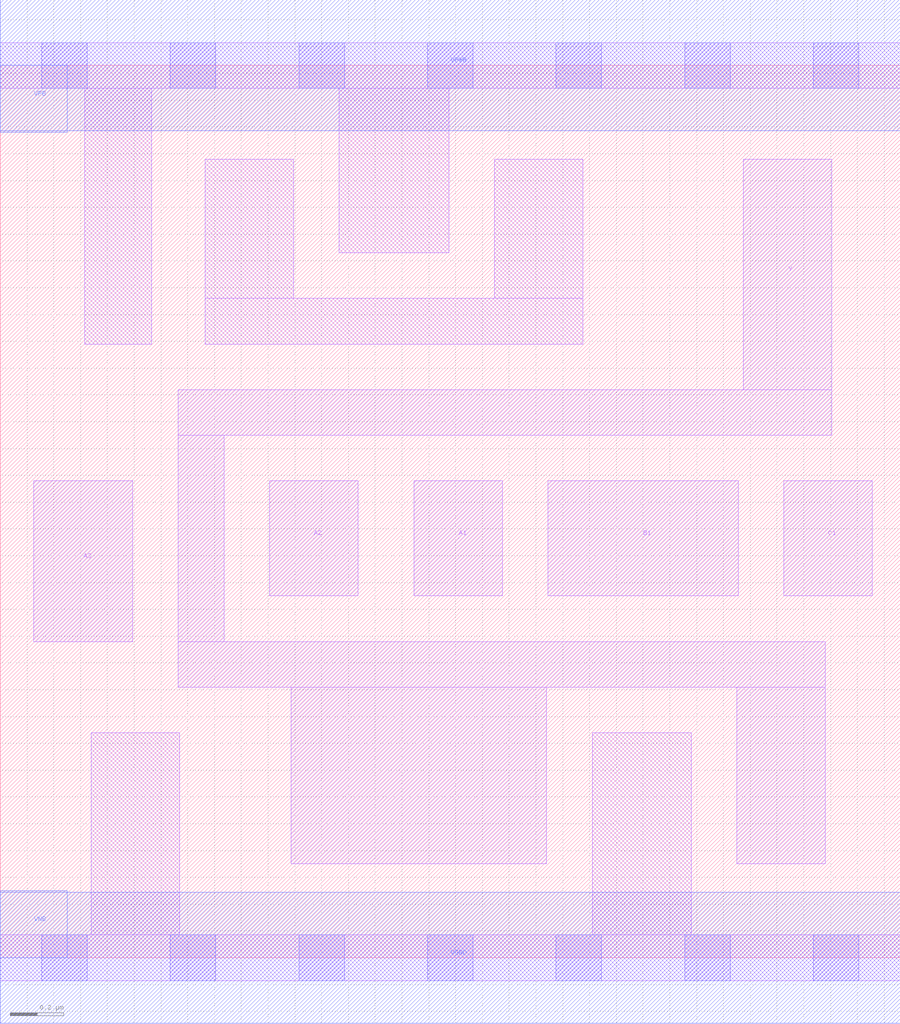
<source format=lef>
# Copyright 2020 The SkyWater PDK Authors
#
# Licensed under the Apache License, Version 2.0 (the "License");
# you may not use this file except in compliance with the License.
# You may obtain a copy of the License at
#
#     https://www.apache.org/licenses/LICENSE-2.0
#
# Unless required by applicable law or agreed to in writing, software
# distributed under the License is distributed on an "AS IS" BASIS,
# WITHOUT WARRANTIES OR CONDITIONS OF ANY KIND, either express or implied.
# See the License for the specific language governing permissions and
# limitations under the License.
#
# SPDX-License-Identifier: Apache-2.0

VERSION 5.5 ;
NAMESCASESENSITIVE ON ;
BUSBITCHARS "[]" ;
DIVIDERCHAR "/" ;
MACRO sky130_fd_sc_hs__a311oi_1
  CLASS CORE ;
  SOURCE USER ;
  ORIGIN  0.000000  0.000000 ;
  SIZE  3.360000 BY  3.330000 ;
  SYMMETRY X Y ;
  SITE unit ;
  PIN A1
    ANTENNAGATEAREA  0.279000 ;
    DIRECTION INPUT ;
    USE SIGNAL ;
    PORT
      LAYER li1 ;
        RECT 1.545000 1.350000 1.875000 1.780000 ;
    END
  END A1
  PIN A2
    ANTENNAGATEAREA  0.279000 ;
    DIRECTION INPUT ;
    USE SIGNAL ;
    PORT
      LAYER li1 ;
        RECT 1.005000 1.350000 1.335000 1.780000 ;
    END
  END A2
  PIN A3
    ANTENNAGATEAREA  0.279000 ;
    DIRECTION INPUT ;
    USE SIGNAL ;
    PORT
      LAYER li1 ;
        RECT 0.125000 1.180000 0.495000 1.780000 ;
    END
  END A3
  PIN B1
    ANTENNAGATEAREA  0.279000 ;
    DIRECTION INPUT ;
    USE SIGNAL ;
    PORT
      LAYER li1 ;
        RECT 2.045000 1.350000 2.755000 1.780000 ;
    END
  END B1
  PIN C1
    ANTENNAGATEAREA  0.279000 ;
    DIRECTION INPUT ;
    USE SIGNAL ;
    PORT
      LAYER li1 ;
        RECT 2.925000 1.350000 3.255000 1.780000 ;
    END
  END C1
  PIN Y
    ANTENNADIFFAREA  0.792700 ;
    DIRECTION OUTPUT ;
    USE SIGNAL ;
    PORT
      LAYER li1 ;
        RECT 0.665000 1.010000 3.080000 1.180000 ;
        RECT 0.665000 1.180000 0.835000 1.950000 ;
        RECT 0.665000 1.950000 3.105000 2.120000 ;
        RECT 1.085000 0.350000 2.040000 1.010000 ;
        RECT 2.750000 0.350000 3.080000 1.010000 ;
        RECT 2.775000 2.120000 3.105000 2.980000 ;
    END
  END Y
  PIN VGND
    DIRECTION INOUT ;
    USE GROUND ;
    PORT
      LAYER met1 ;
        RECT 0.000000 -0.245000 3.360000 0.245000 ;
    END
  END VGND
  PIN VNB
    DIRECTION INOUT ;
    USE GROUND ;
    PORT
    END
  END VNB
  PIN VPB
    DIRECTION INOUT ;
    USE POWER ;
    PORT
    END
  END VPB
  PIN VNB
    DIRECTION INOUT ;
    USE GROUND ;
    PORT
      LAYER met1 ;
        RECT 0.000000 0.000000 0.250000 0.250000 ;
    END
  END VNB
  PIN VPB
    DIRECTION INOUT ;
    USE POWER ;
    PORT
      LAYER met1 ;
        RECT 0.000000 3.080000 0.250000 3.330000 ;
    END
  END VPB
  PIN VPWR
    DIRECTION INOUT ;
    USE POWER ;
    PORT
      LAYER met1 ;
        RECT 0.000000 3.085000 3.360000 3.575000 ;
    END
  END VPWR
  OBS
    LAYER li1 ;
      RECT 0.000000 -0.085000 3.360000 0.085000 ;
      RECT 0.000000  3.245000 3.360000 3.415000 ;
      RECT 0.315000  2.290000 0.565000 3.245000 ;
      RECT 0.340000  0.085000 0.670000 0.840000 ;
      RECT 0.765000  2.290000 2.175000 2.460000 ;
      RECT 0.765000  2.460000 1.095000 2.980000 ;
      RECT 1.265000  2.630000 1.675000 3.245000 ;
      RECT 1.845000  2.460000 2.175000 2.980000 ;
      RECT 2.210000  0.085000 2.580000 0.840000 ;
    LAYER mcon ;
      RECT 0.155000 -0.085000 0.325000 0.085000 ;
      RECT 0.155000  3.245000 0.325000 3.415000 ;
      RECT 0.635000 -0.085000 0.805000 0.085000 ;
      RECT 0.635000  3.245000 0.805000 3.415000 ;
      RECT 1.115000 -0.085000 1.285000 0.085000 ;
      RECT 1.115000  3.245000 1.285000 3.415000 ;
      RECT 1.595000 -0.085000 1.765000 0.085000 ;
      RECT 1.595000  3.245000 1.765000 3.415000 ;
      RECT 2.075000 -0.085000 2.245000 0.085000 ;
      RECT 2.075000  3.245000 2.245000 3.415000 ;
      RECT 2.555000 -0.085000 2.725000 0.085000 ;
      RECT 2.555000  3.245000 2.725000 3.415000 ;
      RECT 3.035000 -0.085000 3.205000 0.085000 ;
      RECT 3.035000  3.245000 3.205000 3.415000 ;
  END
END sky130_fd_sc_hs__a311oi_1
END LIBRARY

</source>
